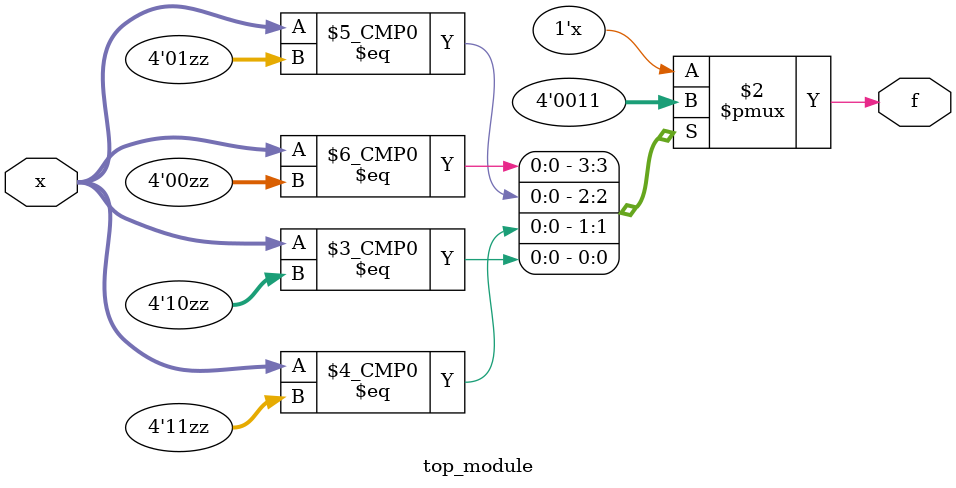
<source format=sv>
module top_module (
    input [4:1] x,
    output logic f
);

always_comb begin
    case (x)
        4'b00??: f = 1'b0;
        4'b01??: f = 1'b0;
        4'b11??: f = 1'b1;
        4'b10??: f = 1'b1;
        default: f = 1'b0;
    endcase
end

endmodule

</source>
